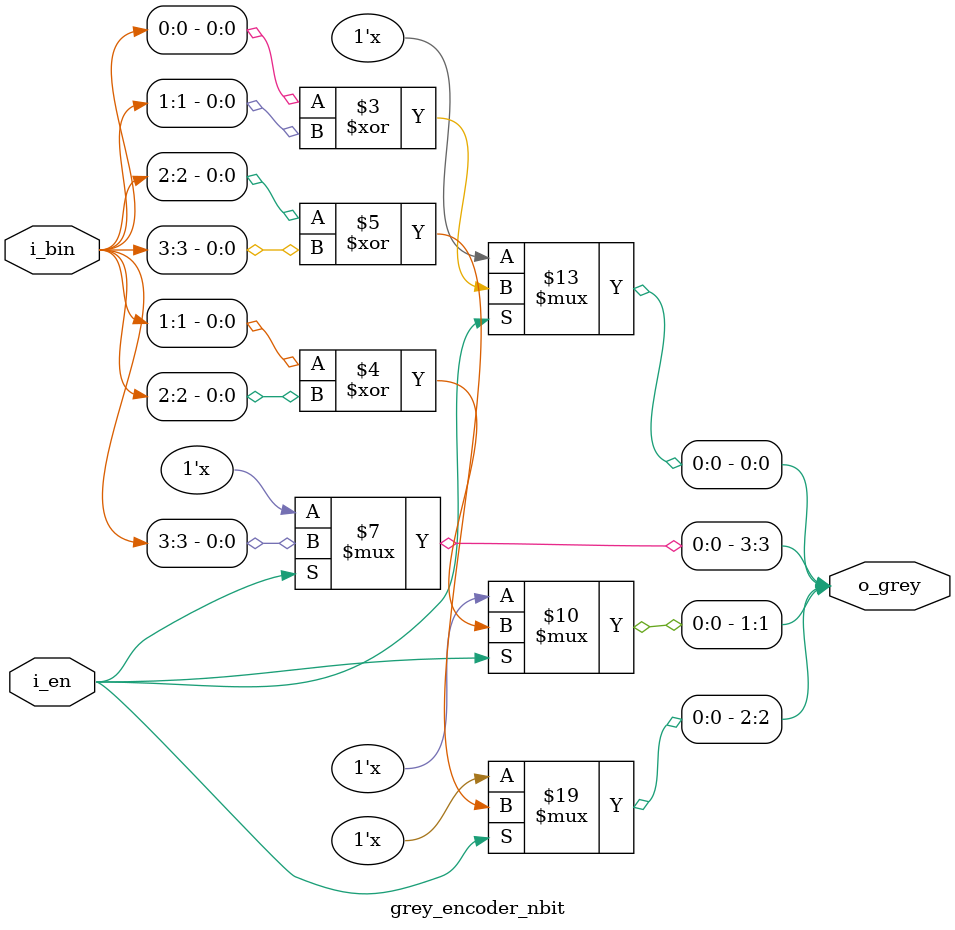
<source format=v>
`timescale 1ns / 1ps

module grey_encoder_nbit
    #(parameter n = 4)
    (
    input [n - 1:0] i_bin,
    input i_en,
    output reg [n - 1:0] o_grey
    );
    
    integer k;
    always @(*) begin
        if (i_en) begin
            o_grey[n - 1] = i_bin[n - 1];
            
            for(k = 0; k < (n - 1); k = k + 1) begin
                o_grey[k] = i_bin[k] ^ i_bin[k + 1];
            end
        end
        else begin
            o_grey = 'bx;
        end
    end
endmodule

</source>
